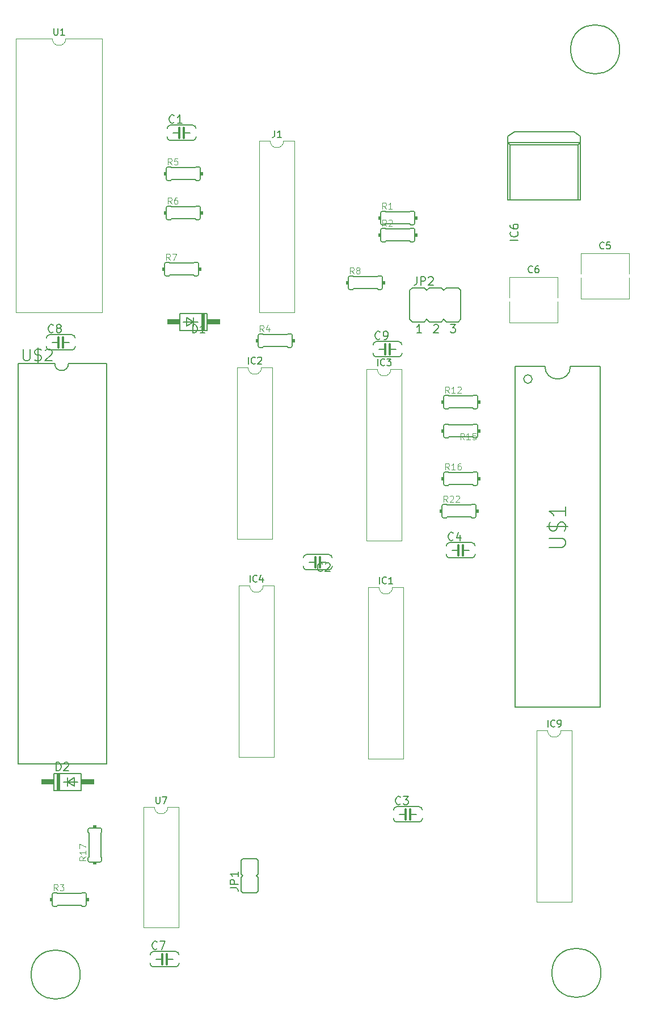
<source format=gbr>
G04 #@! TF.GenerationSoftware,KiCad,Pcbnew,(5.1.5)-3*
G04 #@! TF.CreationDate,2022-07-07T22:07:32-04:00*
G04 #@! TF.ProjectId,FAL6567i,46414c36-3536-4376-992e-6b696361645f,rev?*
G04 #@! TF.SameCoordinates,Original*
G04 #@! TF.FileFunction,Legend,Top*
G04 #@! TF.FilePolarity,Positive*
%FSLAX46Y46*%
G04 Gerber Fmt 4.6, Leading zero omitted, Abs format (unit mm)*
G04 Created by KiCad (PCBNEW (5.1.5)-3) date 2022-07-07 22:07:32*
%MOMM*%
%LPD*%
G04 APERTURE LIST*
%ADD10C,0.150000*%
%ADD11C,0.152400*%
%ADD12C,0.120000*%
%ADD13C,0.127000*%
%ADD14C,0.100000*%
%ADD15C,0.304800*%
%ADD16C,0.177800*%
%ADD17C,0.203200*%
%ADD18C,0.099060*%
G04 APERTURE END LIST*
D10*
X152253240Y-39878000D02*
G75*
G03X152253240Y-39878000I-3663240J0D01*
G01*
X71735240Y-177800000D02*
G75*
G03X71735240Y-177800000I-3663240J0D01*
G01*
X149459240Y-177546000D02*
G75*
G03X149459240Y-177546000I-3663240J0D01*
G01*
D11*
X146368000Y-52832000D02*
X146368000Y-53784000D01*
X145415000Y-52197000D02*
X146368000Y-52832000D01*
X136525000Y-52197000D02*
X145415000Y-52197000D01*
X135572000Y-52832000D02*
X136525000Y-52197000D01*
X135572000Y-53784000D02*
X135572000Y-52832000D01*
X146368000Y-53784000D02*
X146046000Y-54102000D01*
X135572000Y-53784000D02*
X135886000Y-54102000D01*
X135886000Y-62357000D02*
X135886000Y-54102000D01*
X146046000Y-54102000D02*
X146046000Y-62357000D01*
X135886000Y-54102000D02*
X146046000Y-54102000D01*
X135572000Y-53784000D02*
X135572000Y-62357000D01*
X146368000Y-53784000D02*
X135572000Y-53784000D01*
X146368000Y-62357000D02*
X146368000Y-53784000D01*
X146046000Y-62357000D02*
X146368000Y-62357000D01*
X135886000Y-62357000D02*
X146046000Y-62357000D01*
X135572000Y-62357000D02*
X135886000Y-62357000D01*
D12*
X100694000Y-119828000D02*
X99044000Y-119828000D01*
X100694000Y-145348000D02*
X100694000Y-119828000D01*
X95394000Y-145348000D02*
X100694000Y-145348000D01*
X95394000Y-119828000D02*
X95394000Y-145348000D01*
X97044000Y-119828000D02*
X95394000Y-119828000D01*
X99044000Y-119828000D02*
G75*
G02X97044000Y-119828000I-1000000J0D01*
G01*
X119744000Y-87570000D02*
X118094000Y-87570000D01*
X119744000Y-113090000D02*
X119744000Y-87570000D01*
X114444000Y-113090000D02*
X119744000Y-113090000D01*
X114444000Y-87570000D02*
X114444000Y-113090000D01*
X116094000Y-87570000D02*
X114444000Y-87570000D01*
X118094000Y-87570000D02*
G75*
G02X116094000Y-87570000I-1000000J0D01*
G01*
X100440000Y-87316000D02*
X98790000Y-87316000D01*
X100440000Y-112836000D02*
X100440000Y-87316000D01*
X95140000Y-112836000D02*
X100440000Y-112836000D01*
X95140000Y-87316000D02*
X95140000Y-112836000D01*
X96790000Y-87316000D02*
X95140000Y-87316000D01*
X98790000Y-87316000D02*
G75*
G02X96790000Y-87316000I-1000000J0D01*
G01*
X119998000Y-120082000D02*
X118348000Y-120082000D01*
X119998000Y-145602000D02*
X119998000Y-120082000D01*
X114698000Y-145602000D02*
X119998000Y-145602000D01*
X114698000Y-120082000D02*
X114698000Y-145602000D01*
X116348000Y-120082000D02*
X114698000Y-120082000D01*
X118348000Y-120082000D02*
G75*
G02X116348000Y-120082000I-1000000J0D01*
G01*
X153694000Y-73961000D02*
X153694000Y-77030000D01*
X153694000Y-70290000D02*
X153694000Y-73359000D01*
X146454000Y-73961000D02*
X146454000Y-77030000D01*
X146454000Y-70290000D02*
X146454000Y-73359000D01*
X146454000Y-77030000D02*
X153694000Y-77030000D01*
X146454000Y-70290000D02*
X153694000Y-70290000D01*
X143026000Y-77517000D02*
X143026000Y-80586000D01*
X143026000Y-73846000D02*
X143026000Y-76915000D01*
X135786000Y-77517000D02*
X135786000Y-80586000D01*
X135786000Y-73846000D02*
X135786000Y-76915000D01*
X135786000Y-80586000D02*
X143026000Y-80586000D01*
X135786000Y-73846000D02*
X143026000Y-73846000D01*
X145144000Y-141418000D02*
X143494000Y-141418000D01*
X145144000Y-166938000D02*
X145144000Y-141418000D01*
X139844000Y-166938000D02*
X145144000Y-166938000D01*
X139844000Y-141418000D02*
X139844000Y-166938000D01*
X141494000Y-141418000D02*
X139844000Y-141418000D01*
X143494000Y-141418000D02*
G75*
G02X141494000Y-141418000I-1000000J0D01*
G01*
D11*
X67945000Y-86741000D02*
G75*
G03X69977000Y-86741000I1016000J0D01*
G01*
X62484000Y-86741000D02*
X67945000Y-86741000D01*
X75692000Y-86741000D02*
X69977000Y-86741000D01*
X75692000Y-146431000D02*
X75692000Y-86741000D01*
X62484000Y-146431000D02*
X75692000Y-146431000D01*
X62484000Y-86741000D02*
X62484000Y-146431000D01*
D13*
X139192000Y-89027000D02*
G75*
G03X139192000Y-89027000I-635000J0D01*
G01*
X144907000Y-87122000D02*
X149352000Y-87122000D01*
X136652000Y-87122000D02*
X141097000Y-87122000D01*
X141097000Y-87122000D02*
G75*
G03X144907000Y-87122000I1905000J0D01*
G01*
X136652000Y-137922000D02*
X136652000Y-87122000D01*
X149352000Y-137922000D02*
X149352000Y-87122000D01*
X136652000Y-137922000D02*
X149352000Y-137922000D01*
D12*
X86470000Y-152848000D02*
X84820000Y-152848000D01*
X86470000Y-170748000D02*
X86470000Y-152848000D01*
X81170000Y-170748000D02*
X86470000Y-170748000D01*
X81170000Y-152848000D02*
X81170000Y-170748000D01*
X82820000Y-152848000D02*
X81170000Y-152848000D01*
X84820000Y-152848000D02*
G75*
G02X82820000Y-152848000I-1000000J0D01*
G01*
X75040000Y-38294000D02*
X69580000Y-38294000D01*
X75040000Y-79054000D02*
X75040000Y-38294000D01*
X62120000Y-79054000D02*
X75040000Y-79054000D01*
X62120000Y-38294000D02*
X62120000Y-79054000D01*
X67580000Y-38294000D02*
X62120000Y-38294000D01*
X69580000Y-38294000D02*
G75*
G02X67580000Y-38294000I-1000000J0D01*
G01*
D14*
G36*
X125349000Y-108966000D02*
G01*
X125730000Y-108966000D01*
X125730000Y-108458000D01*
X125349000Y-108458000D01*
X125349000Y-108966000D01*
G37*
G36*
X130810000Y-108966000D02*
G01*
X131191000Y-108966000D01*
X131191000Y-108458000D01*
X130810000Y-108458000D01*
X130810000Y-108966000D01*
G37*
D11*
X130810000Y-109474000D02*
X130810000Y-107950000D01*
X130556000Y-109728000D02*
X130175000Y-109728000D01*
X130556000Y-107696000D02*
X130175000Y-107696000D01*
X130048000Y-109601000D02*
X126492000Y-109601000D01*
X130048000Y-109601000D02*
X130175000Y-109728000D01*
X130048000Y-107823000D02*
X126492000Y-107823000D01*
X130048000Y-107823000D02*
X130175000Y-107696000D01*
X126492000Y-109601000D02*
X126365000Y-109728000D01*
X125984000Y-109728000D02*
X126365000Y-109728000D01*
X126492000Y-107823000D02*
X126365000Y-107696000D01*
X125984000Y-107696000D02*
X126365000Y-107696000D01*
X125730000Y-109474000D02*
X125730000Y-107950000D01*
X130810000Y-107950000D02*
G75*
G03X130556000Y-107696000I-254000J0D01*
G01*
X130810000Y-109474000D02*
G75*
G02X130556000Y-109728000I-254000J0D01*
G01*
X125984000Y-109728000D02*
G75*
G02X125730000Y-109474000I0J254000D01*
G01*
X125984000Y-107696000D02*
G75*
G03X125730000Y-107950000I0J-254000D01*
G01*
D14*
G36*
X74168000Y-161417000D02*
G01*
X74168000Y-161036000D01*
X73660000Y-161036000D01*
X73660000Y-161417000D01*
X74168000Y-161417000D01*
G37*
G36*
X74168000Y-155956000D02*
G01*
X74168000Y-155575000D01*
X73660000Y-155575000D01*
X73660000Y-155956000D01*
X74168000Y-155956000D01*
G37*
D11*
X74676000Y-155956000D02*
X73152000Y-155956000D01*
X74930000Y-156210000D02*
X74930000Y-156591000D01*
X72898000Y-156210000D02*
X72898000Y-156591000D01*
X74803000Y-156718000D02*
X74803000Y-160274000D01*
X74803000Y-156718000D02*
X74930000Y-156591000D01*
X73025000Y-156718000D02*
X73025000Y-160274000D01*
X73025000Y-156718000D02*
X72898000Y-156591000D01*
X74803000Y-160274000D02*
X74930000Y-160401000D01*
X74930000Y-160782000D02*
X74930000Y-160401000D01*
X73025000Y-160274000D02*
X72898000Y-160401000D01*
X72898000Y-160782000D02*
X72898000Y-160401000D01*
X74676000Y-161036000D02*
X73152000Y-161036000D01*
X73152000Y-155956000D02*
G75*
G03X72898000Y-156210000I0J-254000D01*
G01*
X74676000Y-155956000D02*
G75*
G02X74930000Y-156210000I0J-254000D01*
G01*
X74930000Y-160782000D02*
G75*
G02X74676000Y-161036000I-254000J0D01*
G01*
X72898000Y-160782000D02*
G75*
G03X73152000Y-161036000I254000J0D01*
G01*
D14*
G36*
X125603000Y-104140000D02*
G01*
X125984000Y-104140000D01*
X125984000Y-103632000D01*
X125603000Y-103632000D01*
X125603000Y-104140000D01*
G37*
G36*
X131064000Y-104140000D02*
G01*
X131445000Y-104140000D01*
X131445000Y-103632000D01*
X131064000Y-103632000D01*
X131064000Y-104140000D01*
G37*
D11*
X131064000Y-104648000D02*
X131064000Y-103124000D01*
X130810000Y-104902000D02*
X130429000Y-104902000D01*
X130810000Y-102870000D02*
X130429000Y-102870000D01*
X130302000Y-104775000D02*
X126746000Y-104775000D01*
X130302000Y-104775000D02*
X130429000Y-104902000D01*
X130302000Y-102997000D02*
X126746000Y-102997000D01*
X130302000Y-102997000D02*
X130429000Y-102870000D01*
X126746000Y-104775000D02*
X126619000Y-104902000D01*
X126238000Y-104902000D02*
X126619000Y-104902000D01*
X126746000Y-102997000D02*
X126619000Y-102870000D01*
X126238000Y-102870000D02*
X126619000Y-102870000D01*
X125984000Y-104648000D02*
X125984000Y-103124000D01*
X131064000Y-103124000D02*
G75*
G03X130810000Y-102870000I-254000J0D01*
G01*
X131064000Y-104648000D02*
G75*
G02X130810000Y-104902000I-254000J0D01*
G01*
X126238000Y-104902000D02*
G75*
G02X125984000Y-104648000I0J254000D01*
G01*
X126238000Y-102870000D02*
G75*
G03X125984000Y-103124000I0J-254000D01*
G01*
D14*
G36*
X131445000Y-96520000D02*
G01*
X131064000Y-96520000D01*
X131064000Y-97028000D01*
X131445000Y-97028000D01*
X131445000Y-96520000D01*
G37*
G36*
X125984000Y-96520000D02*
G01*
X125603000Y-96520000D01*
X125603000Y-97028000D01*
X125984000Y-97028000D01*
X125984000Y-96520000D01*
G37*
D11*
X125984000Y-96012000D02*
X125984000Y-97536000D01*
X126238000Y-95758000D02*
X126619000Y-95758000D01*
X126238000Y-97790000D02*
X126619000Y-97790000D01*
X126746000Y-95885000D02*
X130302000Y-95885000D01*
X126746000Y-95885000D02*
X126619000Y-95758000D01*
X126746000Y-97663000D02*
X130302000Y-97663000D01*
X126746000Y-97663000D02*
X126619000Y-97790000D01*
X130302000Y-95885000D02*
X130429000Y-95758000D01*
X130810000Y-95758000D02*
X130429000Y-95758000D01*
X130302000Y-97663000D02*
X130429000Y-97790000D01*
X130810000Y-97790000D02*
X130429000Y-97790000D01*
X131064000Y-96012000D02*
X131064000Y-97536000D01*
X125984000Y-97536000D02*
G75*
G03X126238000Y-97790000I254000J0D01*
G01*
X125984000Y-96012000D02*
G75*
G02X126238000Y-95758000I254000J0D01*
G01*
X130810000Y-95758000D02*
G75*
G02X131064000Y-96012000I0J-254000D01*
G01*
X130810000Y-97790000D02*
G75*
G03X131064000Y-97536000I0J254000D01*
G01*
D14*
G36*
X125603000Y-92710000D02*
G01*
X125984000Y-92710000D01*
X125984000Y-92202000D01*
X125603000Y-92202000D01*
X125603000Y-92710000D01*
G37*
G36*
X131064000Y-92710000D02*
G01*
X131445000Y-92710000D01*
X131445000Y-92202000D01*
X131064000Y-92202000D01*
X131064000Y-92710000D01*
G37*
D11*
X131064000Y-93218000D02*
X131064000Y-91694000D01*
X130810000Y-93472000D02*
X130429000Y-93472000D01*
X130810000Y-91440000D02*
X130429000Y-91440000D01*
X130302000Y-93345000D02*
X126746000Y-93345000D01*
X130302000Y-93345000D02*
X130429000Y-93472000D01*
X130302000Y-91567000D02*
X126746000Y-91567000D01*
X130302000Y-91567000D02*
X130429000Y-91440000D01*
X126746000Y-93345000D02*
X126619000Y-93472000D01*
X126238000Y-93472000D02*
X126619000Y-93472000D01*
X126746000Y-91567000D02*
X126619000Y-91440000D01*
X126238000Y-91440000D02*
X126619000Y-91440000D01*
X125984000Y-93218000D02*
X125984000Y-91694000D01*
X131064000Y-91694000D02*
G75*
G03X130810000Y-91440000I-254000J0D01*
G01*
X131064000Y-93218000D02*
G75*
G02X130810000Y-93472000I-254000J0D01*
G01*
X126238000Y-93472000D02*
G75*
G02X125984000Y-93218000I0J254000D01*
G01*
X126238000Y-91440000D02*
G75*
G03X125984000Y-91694000I0J-254000D01*
G01*
D14*
G36*
X111379000Y-74930000D02*
G01*
X111760000Y-74930000D01*
X111760000Y-74422000D01*
X111379000Y-74422000D01*
X111379000Y-74930000D01*
G37*
G36*
X116840000Y-74930000D02*
G01*
X117221000Y-74930000D01*
X117221000Y-74422000D01*
X116840000Y-74422000D01*
X116840000Y-74930000D01*
G37*
D11*
X116840000Y-75438000D02*
X116840000Y-73914000D01*
X116586000Y-75692000D02*
X116205000Y-75692000D01*
X116586000Y-73660000D02*
X116205000Y-73660000D01*
X116078000Y-75565000D02*
X112522000Y-75565000D01*
X116078000Y-75565000D02*
X116205000Y-75692000D01*
X116078000Y-73787000D02*
X112522000Y-73787000D01*
X116078000Y-73787000D02*
X116205000Y-73660000D01*
X112522000Y-75565000D02*
X112395000Y-75692000D01*
X112014000Y-75692000D02*
X112395000Y-75692000D01*
X112522000Y-73787000D02*
X112395000Y-73660000D01*
X112014000Y-73660000D02*
X112395000Y-73660000D01*
X111760000Y-75438000D02*
X111760000Y-73914000D01*
X116840000Y-73914000D02*
G75*
G03X116586000Y-73660000I-254000J0D01*
G01*
X116840000Y-75438000D02*
G75*
G02X116586000Y-75692000I-254000J0D01*
G01*
X112014000Y-75692000D02*
G75*
G02X111760000Y-75438000I0J254000D01*
G01*
X112014000Y-73660000D02*
G75*
G03X111760000Y-73914000I0J-254000D01*
G01*
D14*
G36*
X83947000Y-72898000D02*
G01*
X84328000Y-72898000D01*
X84328000Y-72390000D01*
X83947000Y-72390000D01*
X83947000Y-72898000D01*
G37*
G36*
X89408000Y-72898000D02*
G01*
X89789000Y-72898000D01*
X89789000Y-72390000D01*
X89408000Y-72390000D01*
X89408000Y-72898000D01*
G37*
D11*
X89408000Y-73406000D02*
X89408000Y-71882000D01*
X89154000Y-73660000D02*
X88773000Y-73660000D01*
X89154000Y-71628000D02*
X88773000Y-71628000D01*
X88646000Y-73533000D02*
X85090000Y-73533000D01*
X88646000Y-73533000D02*
X88773000Y-73660000D01*
X88646000Y-71755000D02*
X85090000Y-71755000D01*
X88646000Y-71755000D02*
X88773000Y-71628000D01*
X85090000Y-73533000D02*
X84963000Y-73660000D01*
X84582000Y-73660000D02*
X84963000Y-73660000D01*
X85090000Y-71755000D02*
X84963000Y-71628000D01*
X84582000Y-71628000D02*
X84963000Y-71628000D01*
X84328000Y-73406000D02*
X84328000Y-71882000D01*
X89408000Y-71882000D02*
G75*
G03X89154000Y-71628000I-254000J0D01*
G01*
X89408000Y-73406000D02*
G75*
G02X89154000Y-73660000I-254000J0D01*
G01*
X84582000Y-73660000D02*
G75*
G02X84328000Y-73406000I0J254000D01*
G01*
X84582000Y-71628000D02*
G75*
G03X84328000Y-71882000I0J-254000D01*
G01*
D14*
G36*
X84201000Y-64516000D02*
G01*
X84582000Y-64516000D01*
X84582000Y-64008000D01*
X84201000Y-64008000D01*
X84201000Y-64516000D01*
G37*
G36*
X89662000Y-64516000D02*
G01*
X90043000Y-64516000D01*
X90043000Y-64008000D01*
X89662000Y-64008000D01*
X89662000Y-64516000D01*
G37*
D11*
X89662000Y-65024000D02*
X89662000Y-63500000D01*
X89408000Y-65278000D02*
X89027000Y-65278000D01*
X89408000Y-63246000D02*
X89027000Y-63246000D01*
X88900000Y-65151000D02*
X85344000Y-65151000D01*
X88900000Y-65151000D02*
X89027000Y-65278000D01*
X88900000Y-63373000D02*
X85344000Y-63373000D01*
X88900000Y-63373000D02*
X89027000Y-63246000D01*
X85344000Y-65151000D02*
X85217000Y-65278000D01*
X84836000Y-65278000D02*
X85217000Y-65278000D01*
X85344000Y-63373000D02*
X85217000Y-63246000D01*
X84836000Y-63246000D02*
X85217000Y-63246000D01*
X84582000Y-65024000D02*
X84582000Y-63500000D01*
X89662000Y-63500000D02*
G75*
G03X89408000Y-63246000I-254000J0D01*
G01*
X89662000Y-65024000D02*
G75*
G02X89408000Y-65278000I-254000J0D01*
G01*
X84836000Y-65278000D02*
G75*
G02X84582000Y-65024000I0J254000D01*
G01*
X84836000Y-63246000D02*
G75*
G03X84582000Y-63500000I0J-254000D01*
G01*
D14*
G36*
X84201000Y-58674000D02*
G01*
X84582000Y-58674000D01*
X84582000Y-58166000D01*
X84201000Y-58166000D01*
X84201000Y-58674000D01*
G37*
G36*
X89662000Y-58674000D02*
G01*
X90043000Y-58674000D01*
X90043000Y-58166000D01*
X89662000Y-58166000D01*
X89662000Y-58674000D01*
G37*
D11*
X89662000Y-59182000D02*
X89662000Y-57658000D01*
X89408000Y-59436000D02*
X89027000Y-59436000D01*
X89408000Y-57404000D02*
X89027000Y-57404000D01*
X88900000Y-59309000D02*
X85344000Y-59309000D01*
X88900000Y-59309000D02*
X89027000Y-59436000D01*
X88900000Y-57531000D02*
X85344000Y-57531000D01*
X88900000Y-57531000D02*
X89027000Y-57404000D01*
X85344000Y-59309000D02*
X85217000Y-59436000D01*
X84836000Y-59436000D02*
X85217000Y-59436000D01*
X85344000Y-57531000D02*
X85217000Y-57404000D01*
X84836000Y-57404000D02*
X85217000Y-57404000D01*
X84582000Y-59182000D02*
X84582000Y-57658000D01*
X89662000Y-57658000D02*
G75*
G03X89408000Y-57404000I-254000J0D01*
G01*
X89662000Y-59182000D02*
G75*
G02X89408000Y-59436000I-254000J0D01*
G01*
X84836000Y-59436000D02*
G75*
G02X84582000Y-59182000I0J254000D01*
G01*
X84836000Y-57404000D02*
G75*
G03X84582000Y-57658000I0J-254000D01*
G01*
D14*
G36*
X97917000Y-83566000D02*
G01*
X98298000Y-83566000D01*
X98298000Y-83058000D01*
X97917000Y-83058000D01*
X97917000Y-83566000D01*
G37*
G36*
X103378000Y-83566000D02*
G01*
X103759000Y-83566000D01*
X103759000Y-83058000D01*
X103378000Y-83058000D01*
X103378000Y-83566000D01*
G37*
D11*
X103378000Y-84074000D02*
X103378000Y-82550000D01*
X103124000Y-84328000D02*
X102743000Y-84328000D01*
X103124000Y-82296000D02*
X102743000Y-82296000D01*
X102616000Y-84201000D02*
X99060000Y-84201000D01*
X102616000Y-84201000D02*
X102743000Y-84328000D01*
X102616000Y-82423000D02*
X99060000Y-82423000D01*
X102616000Y-82423000D02*
X102743000Y-82296000D01*
X99060000Y-84201000D02*
X98933000Y-84328000D01*
X98552000Y-84328000D02*
X98933000Y-84328000D01*
X99060000Y-82423000D02*
X98933000Y-82296000D01*
X98552000Y-82296000D02*
X98933000Y-82296000D01*
X98298000Y-84074000D02*
X98298000Y-82550000D01*
X103378000Y-82550000D02*
G75*
G03X103124000Y-82296000I-254000J0D01*
G01*
X103378000Y-84074000D02*
G75*
G02X103124000Y-84328000I-254000J0D01*
G01*
X98552000Y-84328000D02*
G75*
G02X98298000Y-84074000I0J254000D01*
G01*
X98552000Y-82296000D02*
G75*
G03X98298000Y-82550000I0J-254000D01*
G01*
D14*
G36*
X67183000Y-166878000D02*
G01*
X67564000Y-166878000D01*
X67564000Y-166370000D01*
X67183000Y-166370000D01*
X67183000Y-166878000D01*
G37*
G36*
X72644000Y-166878000D02*
G01*
X73025000Y-166878000D01*
X73025000Y-166370000D01*
X72644000Y-166370000D01*
X72644000Y-166878000D01*
G37*
D11*
X72644000Y-167386000D02*
X72644000Y-165862000D01*
X72390000Y-167640000D02*
X72009000Y-167640000D01*
X72390000Y-165608000D02*
X72009000Y-165608000D01*
X71882000Y-167513000D02*
X68326000Y-167513000D01*
X71882000Y-167513000D02*
X72009000Y-167640000D01*
X71882000Y-165735000D02*
X68326000Y-165735000D01*
X71882000Y-165735000D02*
X72009000Y-165608000D01*
X68326000Y-167513000D02*
X68199000Y-167640000D01*
X67818000Y-167640000D02*
X68199000Y-167640000D01*
X68326000Y-165735000D02*
X68199000Y-165608000D01*
X67818000Y-165608000D02*
X68199000Y-165608000D01*
X67564000Y-167386000D02*
X67564000Y-165862000D01*
X72644000Y-165862000D02*
G75*
G03X72390000Y-165608000I-254000J0D01*
G01*
X72644000Y-167386000D02*
G75*
G02X72390000Y-167640000I-254000J0D01*
G01*
X67818000Y-167640000D02*
G75*
G02X67564000Y-167386000I0J254000D01*
G01*
X67818000Y-165608000D02*
G75*
G03X67564000Y-165862000I0J-254000D01*
G01*
D14*
G36*
X116205000Y-67818000D02*
G01*
X116586000Y-67818000D01*
X116586000Y-67310000D01*
X116205000Y-67310000D01*
X116205000Y-67818000D01*
G37*
G36*
X121666000Y-67818000D02*
G01*
X122047000Y-67818000D01*
X122047000Y-67310000D01*
X121666000Y-67310000D01*
X121666000Y-67818000D01*
G37*
D11*
X121666000Y-68326000D02*
X121666000Y-66802000D01*
X121412000Y-68580000D02*
X121031000Y-68580000D01*
X121412000Y-66548000D02*
X121031000Y-66548000D01*
X120904000Y-68453000D02*
X117348000Y-68453000D01*
X120904000Y-68453000D02*
X121031000Y-68580000D01*
X120904000Y-66675000D02*
X117348000Y-66675000D01*
X120904000Y-66675000D02*
X121031000Y-66548000D01*
X117348000Y-68453000D02*
X117221000Y-68580000D01*
X116840000Y-68580000D02*
X117221000Y-68580000D01*
X117348000Y-66675000D02*
X117221000Y-66548000D01*
X116840000Y-66548000D02*
X117221000Y-66548000D01*
X116586000Y-68326000D02*
X116586000Y-66802000D01*
X121666000Y-66802000D02*
G75*
G03X121412000Y-66548000I-254000J0D01*
G01*
X121666000Y-68326000D02*
G75*
G02X121412000Y-68580000I-254000J0D01*
G01*
X116840000Y-68580000D02*
G75*
G02X116586000Y-68326000I0J254000D01*
G01*
X116840000Y-66548000D02*
G75*
G03X116586000Y-66802000I0J-254000D01*
G01*
D14*
G36*
X116205000Y-65278000D02*
G01*
X116586000Y-65278000D01*
X116586000Y-64770000D01*
X116205000Y-64770000D01*
X116205000Y-65278000D01*
G37*
G36*
X121666000Y-65278000D02*
G01*
X122047000Y-65278000D01*
X122047000Y-64770000D01*
X121666000Y-64770000D01*
X121666000Y-65278000D01*
G37*
D11*
X121666000Y-65786000D02*
X121666000Y-64262000D01*
X121412000Y-66040000D02*
X121031000Y-66040000D01*
X121412000Y-64008000D02*
X121031000Y-64008000D01*
X120904000Y-65913000D02*
X117348000Y-65913000D01*
X120904000Y-65913000D02*
X121031000Y-66040000D01*
X120904000Y-64135000D02*
X117348000Y-64135000D01*
X120904000Y-64135000D02*
X121031000Y-64008000D01*
X117348000Y-65913000D02*
X117221000Y-66040000D01*
X116840000Y-66040000D02*
X117221000Y-66040000D01*
X117348000Y-64135000D02*
X117221000Y-64008000D01*
X116840000Y-64008000D02*
X117221000Y-64008000D01*
X116586000Y-65786000D02*
X116586000Y-64262000D01*
X121666000Y-64262000D02*
G75*
G03X121412000Y-64008000I-254000J0D01*
G01*
X121666000Y-65786000D02*
G75*
G02X121412000Y-66040000I-254000J0D01*
G01*
X116840000Y-66040000D02*
G75*
G02X116586000Y-65786000I0J254000D01*
G01*
X116840000Y-64008000D02*
G75*
G03X116586000Y-64262000I0J-254000D01*
G01*
X121285000Y-80518000D02*
X123063000Y-80518000D01*
X120904000Y-80137000D02*
X121285000Y-80518000D01*
X121285000Y-75438000D02*
X123063000Y-75438000D01*
X120904000Y-75819000D02*
X121285000Y-75438000D01*
X123444000Y-80137000D02*
X123063000Y-80518000D01*
X123444000Y-80137000D02*
X123825000Y-80518000D01*
X125603000Y-80518000D02*
X123825000Y-80518000D01*
X125984000Y-80137000D02*
X125603000Y-80518000D01*
X125984000Y-80137000D02*
X126365000Y-80518000D01*
X128143000Y-80518000D02*
X126365000Y-80518000D01*
X128143000Y-80518000D02*
X128524000Y-80137000D01*
X128524000Y-75819000D02*
X128524000Y-80137000D01*
X128524000Y-75819000D02*
X128143000Y-75438000D01*
X126365000Y-75438000D02*
X128143000Y-75438000D01*
X125984000Y-75819000D02*
X126365000Y-75438000D01*
X125984000Y-75819000D02*
X125603000Y-75438000D01*
X123825000Y-75438000D02*
X125603000Y-75438000D01*
X123444000Y-75819000D02*
X123825000Y-75438000D01*
X123063000Y-75438000D02*
X123444000Y-75819000D01*
X120904000Y-80137000D02*
X120904000Y-75819000D01*
X96012000Y-165608000D02*
X98044000Y-165608000D01*
X96012000Y-165608000D02*
X95758000Y-165354000D01*
X95758000Y-163322000D02*
X95758000Y-165354000D01*
X95758000Y-160782000D02*
X95758000Y-162814000D01*
X95758000Y-160782000D02*
X96012000Y-160528000D01*
X98044000Y-160528000D02*
X96012000Y-160528000D01*
X98298000Y-160782000D02*
X98298000Y-162814000D01*
X98298000Y-160782000D02*
X98044000Y-160528000D01*
X98044000Y-165608000D02*
X98298000Y-165354000D01*
X98298000Y-163322000D02*
X98298000Y-165354000D01*
X98044000Y-163068000D02*
X98298000Y-163322000D01*
X98044000Y-163068000D02*
X98298000Y-162814000D01*
X96012000Y-163068000D02*
X95758000Y-163322000D01*
X96012000Y-163068000D02*
X95758000Y-162814000D01*
D12*
X103742000Y-53534000D02*
X102092000Y-53534000D01*
X103742000Y-79054000D02*
X103742000Y-53534000D01*
X98442000Y-79054000D02*
X103742000Y-79054000D01*
X98442000Y-53534000D02*
X98442000Y-79054000D01*
X100092000Y-53534000D02*
X98442000Y-53534000D01*
X102092000Y-53534000D02*
G75*
G02X100092000Y-53534000I-1000000J0D01*
G01*
D14*
G36*
X65913000Y-149479000D02*
G01*
X67818000Y-149479000D01*
X67818000Y-148717000D01*
X65913000Y-148717000D01*
X65913000Y-149479000D01*
G37*
G36*
X71882000Y-149479000D02*
G01*
X73787000Y-149479000D01*
X73787000Y-148717000D01*
X71882000Y-148717000D01*
X71882000Y-149479000D01*
G37*
G36*
X68199000Y-150368000D02*
G01*
X68707000Y-150368000D01*
X68707000Y-147828000D01*
X68199000Y-147828000D01*
X68199000Y-150368000D01*
G37*
D11*
X69850000Y-149098000D02*
X69850000Y-149733000D01*
X69850000Y-148463000D02*
X69850000Y-149098000D01*
X69850000Y-149098000D02*
X70866000Y-148463000D01*
X69850000Y-149098000D02*
X71374000Y-149098000D01*
X70866000Y-149733000D02*
X69850000Y-149098000D01*
X70866000Y-148463000D02*
X70866000Y-149733000D01*
X69215000Y-149098000D02*
X69850000Y-149098000D01*
X67818000Y-147828000D02*
X67818000Y-150368000D01*
X67818000Y-147828000D02*
X71882000Y-147828000D01*
X71882000Y-150368000D02*
X71882000Y-147828000D01*
X71882000Y-150368000D02*
X67818000Y-150368000D01*
D14*
G36*
X92583000Y-80137000D02*
G01*
X90678000Y-80137000D01*
X90678000Y-80899000D01*
X92583000Y-80899000D01*
X92583000Y-80137000D01*
G37*
G36*
X86614000Y-80137000D02*
G01*
X84709000Y-80137000D01*
X84709000Y-80899000D01*
X86614000Y-80899000D01*
X86614000Y-80137000D01*
G37*
G36*
X90297000Y-79248000D02*
G01*
X89789000Y-79248000D01*
X89789000Y-81788000D01*
X90297000Y-81788000D01*
X90297000Y-79248000D01*
G37*
D11*
X88646000Y-80518000D02*
X88646000Y-79883000D01*
X88646000Y-81153000D02*
X88646000Y-80518000D01*
X88646000Y-80518000D02*
X87630000Y-81153000D01*
X88646000Y-80518000D02*
X87122000Y-80518000D01*
X87630000Y-79883000D02*
X88646000Y-80518000D01*
X87630000Y-81153000D02*
X87630000Y-79883000D01*
X89281000Y-80518000D02*
X88646000Y-80518000D01*
X90678000Y-81788000D02*
X90678000Y-79248000D01*
X90678000Y-81788000D02*
X86614000Y-81788000D01*
X86614000Y-79248000D02*
X86614000Y-81788000D01*
X86614000Y-79248000D02*
X90678000Y-79248000D01*
X116332000Y-84582000D02*
X117297200Y-84582000D01*
X118872000Y-84582000D02*
X117932200Y-84582000D01*
D15*
X117932200Y-84582000D02*
X117932200Y-85344000D01*
X117932200Y-83820000D02*
X117932200Y-84582000D01*
X117297200Y-84582000D02*
X117297200Y-85344000D01*
X117297200Y-83820000D02*
X117297200Y-84582000D01*
D11*
X119761000Y-85217000D02*
G75*
G02X119253000Y-85725000I-508000J0D01*
G01*
X119761000Y-83947000D02*
G75*
G03X119253000Y-83439000I-508000J0D01*
G01*
X119253000Y-85725000D02*
X115951000Y-85725000D01*
X119253000Y-83439000D02*
X115951000Y-83439000D01*
X115951000Y-85725000D02*
G75*
G02X115443000Y-85217000I0J508000D01*
G01*
X115951000Y-83439000D02*
G75*
G03X115443000Y-83947000I0J-508000D01*
G01*
X67564000Y-83566000D02*
X68529200Y-83566000D01*
X70104000Y-83566000D02*
X69164200Y-83566000D01*
D15*
X69164200Y-83566000D02*
X69164200Y-84328000D01*
X69164200Y-82804000D02*
X69164200Y-83566000D01*
X68529200Y-83566000D02*
X68529200Y-84328000D01*
X68529200Y-82804000D02*
X68529200Y-83566000D01*
D11*
X70993000Y-84201000D02*
G75*
G02X70485000Y-84709000I-508000J0D01*
G01*
X70993000Y-82931000D02*
G75*
G03X70485000Y-82423000I-508000J0D01*
G01*
X70485000Y-84709000D02*
X67183000Y-84709000D01*
X70485000Y-82423000D02*
X67183000Y-82423000D01*
X67183000Y-84709000D02*
G75*
G02X66675000Y-84201000I0J508000D01*
G01*
X67183000Y-82423000D02*
G75*
G03X66675000Y-82931000I0J-508000D01*
G01*
X83058000Y-175514000D02*
X84023200Y-175514000D01*
X85598000Y-175514000D02*
X84658200Y-175514000D01*
D15*
X84658200Y-175514000D02*
X84658200Y-176276000D01*
X84658200Y-174752000D02*
X84658200Y-175514000D01*
X84023200Y-175514000D02*
X84023200Y-176276000D01*
X84023200Y-174752000D02*
X84023200Y-175514000D01*
D11*
X86487000Y-176149000D02*
G75*
G02X85979000Y-176657000I-508000J0D01*
G01*
X86487000Y-174879000D02*
G75*
G03X85979000Y-174371000I-508000J0D01*
G01*
X85979000Y-176657000D02*
X82677000Y-176657000D01*
X85979000Y-174371000D02*
X82677000Y-174371000D01*
X82677000Y-176657000D02*
G75*
G02X82169000Y-176149000I0J508000D01*
G01*
X82677000Y-174371000D02*
G75*
G03X82169000Y-174879000I0J-508000D01*
G01*
X127254000Y-114554000D02*
X128219200Y-114554000D01*
X129794000Y-114554000D02*
X128854200Y-114554000D01*
D15*
X128854200Y-114554000D02*
X128854200Y-115316000D01*
X128854200Y-113792000D02*
X128854200Y-114554000D01*
X128219200Y-114554000D02*
X128219200Y-115316000D01*
X128219200Y-113792000D02*
X128219200Y-114554000D01*
D11*
X130683000Y-115189000D02*
G75*
G02X130175000Y-115697000I-508000J0D01*
G01*
X130683000Y-113919000D02*
G75*
G03X130175000Y-113411000I-508000J0D01*
G01*
X130175000Y-115697000D02*
X126873000Y-115697000D01*
X130175000Y-113411000D02*
X126873000Y-113411000D01*
X126873000Y-115697000D02*
G75*
G02X126365000Y-115189000I0J508000D01*
G01*
X126873000Y-113411000D02*
G75*
G03X126365000Y-113919000I0J-508000D01*
G01*
X119380000Y-153924000D02*
X120345200Y-153924000D01*
X121920000Y-153924000D02*
X120980200Y-153924000D01*
D15*
X120980200Y-153924000D02*
X120980200Y-154686000D01*
X120980200Y-153162000D02*
X120980200Y-153924000D01*
X120345200Y-153924000D02*
X120345200Y-154686000D01*
X120345200Y-153162000D02*
X120345200Y-153924000D01*
D11*
X122809000Y-154559000D02*
G75*
G02X122301000Y-155067000I-508000J0D01*
G01*
X122809000Y-153289000D02*
G75*
G03X122301000Y-152781000I-508000J0D01*
G01*
X122301000Y-155067000D02*
X118999000Y-155067000D01*
X122301000Y-152781000D02*
X118999000Y-152781000D01*
X118999000Y-155067000D02*
G75*
G02X118491000Y-154559000I0J508000D01*
G01*
X118999000Y-152781000D02*
G75*
G03X118491000Y-153289000I0J-508000D01*
G01*
X108458000Y-116332000D02*
X107492800Y-116332000D01*
X105918000Y-116332000D02*
X106857800Y-116332000D01*
D15*
X106857800Y-116332000D02*
X106857800Y-115570000D01*
X106857800Y-117094000D02*
X106857800Y-116332000D01*
X107492800Y-116332000D02*
X107492800Y-115570000D01*
X107492800Y-117094000D02*
X107492800Y-116332000D01*
D11*
X105029000Y-115697000D02*
G75*
G02X105537000Y-115189000I508000J0D01*
G01*
X105029000Y-116967000D02*
G75*
G03X105537000Y-117475000I508000J0D01*
G01*
X105537000Y-115189000D02*
X108839000Y-115189000D01*
X105537000Y-117475000D02*
X108839000Y-117475000D01*
X108839000Y-115189000D02*
G75*
G02X109347000Y-115697000I0J-508000D01*
G01*
X108839000Y-117475000D02*
G75*
G03X109347000Y-116967000I0J508000D01*
G01*
X85598000Y-52324000D02*
X86563200Y-52324000D01*
X88138000Y-52324000D02*
X87198200Y-52324000D01*
D15*
X87198200Y-52324000D02*
X87198200Y-53086000D01*
X87198200Y-51562000D02*
X87198200Y-52324000D01*
X86563200Y-52324000D02*
X86563200Y-53086000D01*
X86563200Y-51562000D02*
X86563200Y-52324000D01*
D11*
X89027000Y-52959000D02*
G75*
G02X88519000Y-53467000I-508000J0D01*
G01*
X89027000Y-51689000D02*
G75*
G03X88519000Y-51181000I-508000J0D01*
G01*
X88519000Y-53467000D02*
X85217000Y-53467000D01*
X88519000Y-51181000D02*
X85217000Y-51181000D01*
X85217000Y-53467000D02*
G75*
G02X84709000Y-52959000I0J508000D01*
G01*
X85217000Y-51181000D02*
G75*
G03X84709000Y-51689000I0J-508000D01*
G01*
D13*
X137102547Y-68337188D02*
X135896047Y-68337188D01*
X136987642Y-67073235D02*
X137045095Y-67130688D01*
X137102547Y-67303045D01*
X137102547Y-67417950D01*
X137045095Y-67590307D01*
X136930190Y-67705211D01*
X136815285Y-67762664D01*
X136585476Y-67820116D01*
X136413119Y-67820116D01*
X136183309Y-67762664D01*
X136068404Y-67705211D01*
X135953500Y-67590307D01*
X135896047Y-67417950D01*
X135896047Y-67303045D01*
X135953500Y-67130688D01*
X136010952Y-67073235D01*
X135896047Y-66039092D02*
X135896047Y-66268902D01*
X135953500Y-66383807D01*
X136010952Y-66441259D01*
X136183309Y-66556164D01*
X136413119Y-66613616D01*
X136872738Y-66613616D01*
X136987642Y-66556164D01*
X137045095Y-66498711D01*
X137102547Y-66383807D01*
X137102547Y-66153997D01*
X137045095Y-66039092D01*
X136987642Y-65981640D01*
X136872738Y-65924188D01*
X136585476Y-65924188D01*
X136470571Y-65981640D01*
X136413119Y-66039092D01*
X136355666Y-66153997D01*
X136355666Y-66383807D01*
X136413119Y-66498711D01*
X136470571Y-66556164D01*
X136585476Y-66613616D01*
D10*
X97067809Y-119280380D02*
X97067809Y-118280380D01*
X98115428Y-119185142D02*
X98067809Y-119232761D01*
X97924952Y-119280380D01*
X97829714Y-119280380D01*
X97686857Y-119232761D01*
X97591619Y-119137523D01*
X97544000Y-119042285D01*
X97496380Y-118851809D01*
X97496380Y-118708952D01*
X97544000Y-118518476D01*
X97591619Y-118423238D01*
X97686857Y-118328000D01*
X97829714Y-118280380D01*
X97924952Y-118280380D01*
X98067809Y-118328000D01*
X98115428Y-118375619D01*
X98972571Y-118613714D02*
X98972571Y-119280380D01*
X98734476Y-118232761D02*
X98496380Y-118947047D01*
X99115428Y-118947047D01*
X116117809Y-87022380D02*
X116117809Y-86022380D01*
X117165428Y-86927142D02*
X117117809Y-86974761D01*
X116974952Y-87022380D01*
X116879714Y-87022380D01*
X116736857Y-86974761D01*
X116641619Y-86879523D01*
X116594000Y-86784285D01*
X116546380Y-86593809D01*
X116546380Y-86450952D01*
X116594000Y-86260476D01*
X116641619Y-86165238D01*
X116736857Y-86070000D01*
X116879714Y-86022380D01*
X116974952Y-86022380D01*
X117117809Y-86070000D01*
X117165428Y-86117619D01*
X117498761Y-86022380D02*
X118117809Y-86022380D01*
X117784476Y-86403333D01*
X117927333Y-86403333D01*
X118022571Y-86450952D01*
X118070190Y-86498571D01*
X118117809Y-86593809D01*
X118117809Y-86831904D01*
X118070190Y-86927142D01*
X118022571Y-86974761D01*
X117927333Y-87022380D01*
X117641619Y-87022380D01*
X117546380Y-86974761D01*
X117498761Y-86927142D01*
X96813809Y-86768380D02*
X96813809Y-85768380D01*
X97861428Y-86673142D02*
X97813809Y-86720761D01*
X97670952Y-86768380D01*
X97575714Y-86768380D01*
X97432857Y-86720761D01*
X97337619Y-86625523D01*
X97290000Y-86530285D01*
X97242380Y-86339809D01*
X97242380Y-86196952D01*
X97290000Y-86006476D01*
X97337619Y-85911238D01*
X97432857Y-85816000D01*
X97575714Y-85768380D01*
X97670952Y-85768380D01*
X97813809Y-85816000D01*
X97861428Y-85863619D01*
X98242380Y-85863619D02*
X98290000Y-85816000D01*
X98385238Y-85768380D01*
X98623333Y-85768380D01*
X98718571Y-85816000D01*
X98766190Y-85863619D01*
X98813809Y-85958857D01*
X98813809Y-86054095D01*
X98766190Y-86196952D01*
X98194761Y-86768380D01*
X98813809Y-86768380D01*
X116371809Y-119534380D02*
X116371809Y-118534380D01*
X117419428Y-119439142D02*
X117371809Y-119486761D01*
X117228952Y-119534380D01*
X117133714Y-119534380D01*
X116990857Y-119486761D01*
X116895619Y-119391523D01*
X116848000Y-119296285D01*
X116800380Y-119105809D01*
X116800380Y-118962952D01*
X116848000Y-118772476D01*
X116895619Y-118677238D01*
X116990857Y-118582000D01*
X117133714Y-118534380D01*
X117228952Y-118534380D01*
X117371809Y-118582000D01*
X117419428Y-118629619D01*
X118371809Y-119534380D02*
X117800380Y-119534380D01*
X118086095Y-119534380D02*
X118086095Y-118534380D01*
X117990857Y-118677238D01*
X117895619Y-118772476D01*
X117800380Y-118820095D01*
X149907333Y-69517142D02*
X149859714Y-69564761D01*
X149716857Y-69612380D01*
X149621619Y-69612380D01*
X149478761Y-69564761D01*
X149383523Y-69469523D01*
X149335904Y-69374285D01*
X149288285Y-69183809D01*
X149288285Y-69040952D01*
X149335904Y-68850476D01*
X149383523Y-68755238D01*
X149478761Y-68660000D01*
X149621619Y-68612380D01*
X149716857Y-68612380D01*
X149859714Y-68660000D01*
X149907333Y-68707619D01*
X150812095Y-68612380D02*
X150335904Y-68612380D01*
X150288285Y-69088571D01*
X150335904Y-69040952D01*
X150431142Y-68993333D01*
X150669238Y-68993333D01*
X150764476Y-69040952D01*
X150812095Y-69088571D01*
X150859714Y-69183809D01*
X150859714Y-69421904D01*
X150812095Y-69517142D01*
X150764476Y-69564761D01*
X150669238Y-69612380D01*
X150431142Y-69612380D01*
X150335904Y-69564761D01*
X150288285Y-69517142D01*
X139239333Y-73073142D02*
X139191714Y-73120761D01*
X139048857Y-73168380D01*
X138953619Y-73168380D01*
X138810761Y-73120761D01*
X138715523Y-73025523D01*
X138667904Y-72930285D01*
X138620285Y-72739809D01*
X138620285Y-72596952D01*
X138667904Y-72406476D01*
X138715523Y-72311238D01*
X138810761Y-72216000D01*
X138953619Y-72168380D01*
X139048857Y-72168380D01*
X139191714Y-72216000D01*
X139239333Y-72263619D01*
X140096476Y-72168380D02*
X139906000Y-72168380D01*
X139810761Y-72216000D01*
X139763142Y-72263619D01*
X139667904Y-72406476D01*
X139620285Y-72596952D01*
X139620285Y-72977904D01*
X139667904Y-73073142D01*
X139715523Y-73120761D01*
X139810761Y-73168380D01*
X140001238Y-73168380D01*
X140096476Y-73120761D01*
X140144095Y-73073142D01*
X140191714Y-72977904D01*
X140191714Y-72739809D01*
X140144095Y-72644571D01*
X140096476Y-72596952D01*
X140001238Y-72549333D01*
X139810761Y-72549333D01*
X139715523Y-72596952D01*
X139667904Y-72644571D01*
X139620285Y-72739809D01*
X141517809Y-140870380D02*
X141517809Y-139870380D01*
X142565428Y-140775142D02*
X142517809Y-140822761D01*
X142374952Y-140870380D01*
X142279714Y-140870380D01*
X142136857Y-140822761D01*
X142041619Y-140727523D01*
X141994000Y-140632285D01*
X141946380Y-140441809D01*
X141946380Y-140298952D01*
X141994000Y-140108476D01*
X142041619Y-140013238D01*
X142136857Y-139918000D01*
X142279714Y-139870380D01*
X142374952Y-139870380D01*
X142517809Y-139918000D01*
X142565428Y-139965619D01*
X143041619Y-140870380D02*
X143232095Y-140870380D01*
X143327333Y-140822761D01*
X143374952Y-140775142D01*
X143470190Y-140632285D01*
X143517809Y-140441809D01*
X143517809Y-140060857D01*
X143470190Y-139965619D01*
X143422571Y-139918000D01*
X143327333Y-139870380D01*
X143136857Y-139870380D01*
X143041619Y-139918000D01*
X142994000Y-139965619D01*
X142946380Y-140060857D01*
X142946380Y-140298952D01*
X142994000Y-140394190D01*
X143041619Y-140441809D01*
X143136857Y-140489428D01*
X143327333Y-140489428D01*
X143422571Y-140441809D01*
X143470190Y-140394190D01*
X143517809Y-140298952D01*
D16*
X63255736Y-84590466D02*
X63255736Y-85957833D01*
X63336170Y-86118700D01*
X63416603Y-86199133D01*
X63577470Y-86279566D01*
X63899203Y-86279566D01*
X64060070Y-86199133D01*
X64140503Y-86118700D01*
X64220936Y-85957833D01*
X64220936Y-84590466D01*
X64944836Y-86199133D02*
X65186136Y-86279566D01*
X65588303Y-86279566D01*
X65749170Y-86199133D01*
X65829603Y-86118700D01*
X65910036Y-85957833D01*
X65910036Y-85796966D01*
X65829603Y-85636100D01*
X65749170Y-85555666D01*
X65588303Y-85475233D01*
X65266570Y-85394800D01*
X65105703Y-85314366D01*
X65025270Y-85233933D01*
X64944836Y-85073066D01*
X64944836Y-84912200D01*
X65025270Y-84751333D01*
X65105703Y-84670900D01*
X65266570Y-84590466D01*
X65668736Y-84590466D01*
X65910036Y-84670900D01*
X65427436Y-84349166D02*
X65427436Y-86520866D01*
X66553503Y-84751333D02*
X66633936Y-84670900D01*
X66794803Y-84590466D01*
X67196970Y-84590466D01*
X67357836Y-84670900D01*
X67438270Y-84751333D01*
X67518703Y-84912200D01*
X67518703Y-85073066D01*
X67438270Y-85314366D01*
X66473070Y-86279566D01*
X67518703Y-86279566D01*
D17*
X141744095Y-114123651D02*
X143697476Y-114123651D01*
X143927285Y-114008746D01*
X144042190Y-113893841D01*
X144157095Y-113664032D01*
X144157095Y-113204413D01*
X144042190Y-112974603D01*
X143927285Y-112859699D01*
X143697476Y-112744794D01*
X141744095Y-112744794D01*
X144042190Y-111710651D02*
X144157095Y-111365937D01*
X144157095Y-110791413D01*
X144042190Y-110561603D01*
X143927285Y-110446699D01*
X143697476Y-110331794D01*
X143467666Y-110331794D01*
X143237857Y-110446699D01*
X143122952Y-110561603D01*
X143008047Y-110791413D01*
X142893142Y-111251032D01*
X142778238Y-111480841D01*
X142663333Y-111595746D01*
X142433523Y-111710651D01*
X142203714Y-111710651D01*
X141973904Y-111595746D01*
X141859000Y-111480841D01*
X141744095Y-111251032D01*
X141744095Y-110676508D01*
X141859000Y-110331794D01*
X141399380Y-111021222D02*
X144501809Y-111021222D01*
X144157095Y-108033699D02*
X144157095Y-109412556D01*
X144157095Y-108723127D02*
X141744095Y-108723127D01*
X142088809Y-108952937D01*
X142318619Y-109182746D01*
X142433523Y-109412556D01*
D10*
X83058095Y-151300380D02*
X83058095Y-152109904D01*
X83105714Y-152205142D01*
X83153333Y-152252761D01*
X83248571Y-152300380D01*
X83439047Y-152300380D01*
X83534285Y-152252761D01*
X83581904Y-152205142D01*
X83629523Y-152109904D01*
X83629523Y-151300380D01*
X84010476Y-151300380D02*
X84677142Y-151300380D01*
X84248571Y-152300380D01*
X67818095Y-36746380D02*
X67818095Y-37555904D01*
X67865714Y-37651142D01*
X67913333Y-37698761D01*
X68008571Y-37746380D01*
X68199047Y-37746380D01*
X68294285Y-37698761D01*
X68341904Y-37651142D01*
X68389523Y-37555904D01*
X68389523Y-36746380D01*
X69389523Y-37746380D02*
X68818095Y-37746380D01*
X69103809Y-37746380D02*
X69103809Y-36746380D01*
X69008571Y-36889238D01*
X68913333Y-36984476D01*
X68818095Y-37032095D01*
D18*
X126556207Y-107371787D02*
X126242517Y-106923658D01*
X126018453Y-107371787D02*
X126018453Y-106430717D01*
X126376956Y-106430717D01*
X126466581Y-106475530D01*
X126511394Y-106520342D01*
X126556207Y-106609968D01*
X126556207Y-106744407D01*
X126511394Y-106834032D01*
X126466581Y-106878845D01*
X126376956Y-106923658D01*
X126018453Y-106923658D01*
X126914710Y-106520342D02*
X126959523Y-106475530D01*
X127049149Y-106430717D01*
X127273213Y-106430717D01*
X127362839Y-106475530D01*
X127407651Y-106520342D01*
X127452464Y-106609968D01*
X127452464Y-106699594D01*
X127407651Y-106834032D01*
X126869897Y-107371787D01*
X127452464Y-107371787D01*
X127810967Y-106520342D02*
X127855780Y-106475530D01*
X127945406Y-106430717D01*
X128169470Y-106430717D01*
X128259096Y-106475530D01*
X128303909Y-106520342D01*
X128348721Y-106609968D01*
X128348721Y-106699594D01*
X128303909Y-106834032D01*
X127766154Y-107371787D01*
X128348721Y-107371787D01*
X72573787Y-160209792D02*
X72125658Y-160523482D01*
X72573787Y-160747546D02*
X71632717Y-160747546D01*
X71632717Y-160389043D01*
X71677530Y-160299418D01*
X71722342Y-160254605D01*
X71811968Y-160209792D01*
X71946407Y-160209792D01*
X72036032Y-160254605D01*
X72080845Y-160299418D01*
X72125658Y-160389043D01*
X72125658Y-160747546D01*
X72573787Y-159313535D02*
X72573787Y-159851289D01*
X72573787Y-159582412D02*
X71632717Y-159582412D01*
X71767155Y-159672038D01*
X71856781Y-159761663D01*
X71901594Y-159851289D01*
X71632717Y-158999845D02*
X71632717Y-158372465D01*
X72573787Y-158775781D01*
X126810207Y-102545787D02*
X126496517Y-102097658D01*
X126272453Y-102545787D02*
X126272453Y-101604717D01*
X126630956Y-101604717D01*
X126720581Y-101649530D01*
X126765394Y-101694342D01*
X126810207Y-101783968D01*
X126810207Y-101918407D01*
X126765394Y-102008032D01*
X126720581Y-102052845D01*
X126630956Y-102097658D01*
X126272453Y-102097658D01*
X127706464Y-102545787D02*
X127168710Y-102545787D01*
X127437587Y-102545787D02*
X127437587Y-101604717D01*
X127347961Y-101739155D01*
X127258336Y-101828781D01*
X127168710Y-101873594D01*
X128513096Y-101604717D02*
X128333844Y-101604717D01*
X128244219Y-101649530D01*
X128199406Y-101694342D01*
X128109780Y-101828781D01*
X128064967Y-102008032D01*
X128064967Y-102366535D01*
X128109780Y-102456161D01*
X128154593Y-102500974D01*
X128244219Y-102545787D01*
X128423470Y-102545787D01*
X128513096Y-102500974D01*
X128557909Y-102456161D01*
X128602721Y-102366535D01*
X128602721Y-102142471D01*
X128557909Y-102052845D01*
X128513096Y-102008032D01*
X128423470Y-101963220D01*
X128244219Y-101963220D01*
X128154593Y-102008032D01*
X128109780Y-102052845D01*
X128064967Y-102142471D01*
X129027845Y-98024587D02*
X128714155Y-97576458D01*
X128490091Y-98024587D02*
X128490091Y-97083517D01*
X128848593Y-97083517D01*
X128938219Y-97128330D01*
X128983032Y-97173142D01*
X129027845Y-97262768D01*
X129027845Y-97397207D01*
X128983032Y-97486832D01*
X128938219Y-97531645D01*
X128848593Y-97576458D01*
X128490091Y-97576458D01*
X129924102Y-98024587D02*
X129386348Y-98024587D01*
X129655225Y-98024587D02*
X129655225Y-97083517D01*
X129565599Y-97217955D01*
X129475973Y-97307581D01*
X129386348Y-97352394D01*
X130775546Y-97083517D02*
X130327418Y-97083517D01*
X130282605Y-97531645D01*
X130327418Y-97486832D01*
X130417043Y-97442020D01*
X130641108Y-97442020D01*
X130730733Y-97486832D01*
X130775546Y-97531645D01*
X130820359Y-97621271D01*
X130820359Y-97845335D01*
X130775546Y-97934961D01*
X130730733Y-97979774D01*
X130641108Y-98024587D01*
X130417043Y-98024587D01*
X130327418Y-97979774D01*
X130282605Y-97934961D01*
X126810207Y-91115787D02*
X126496517Y-90667658D01*
X126272453Y-91115787D02*
X126272453Y-90174717D01*
X126630956Y-90174717D01*
X126720581Y-90219530D01*
X126765394Y-90264342D01*
X126810207Y-90353968D01*
X126810207Y-90488407D01*
X126765394Y-90578032D01*
X126720581Y-90622845D01*
X126630956Y-90667658D01*
X126272453Y-90667658D01*
X127706464Y-91115787D02*
X127168710Y-91115787D01*
X127437587Y-91115787D02*
X127437587Y-90174717D01*
X127347961Y-90309155D01*
X127258336Y-90398781D01*
X127168710Y-90443594D01*
X128064967Y-90264342D02*
X128109780Y-90219530D01*
X128199406Y-90174717D01*
X128423470Y-90174717D01*
X128513096Y-90219530D01*
X128557909Y-90264342D01*
X128602721Y-90353968D01*
X128602721Y-90443594D01*
X128557909Y-90578032D01*
X128020154Y-91115787D01*
X128602721Y-91115787D01*
X112586207Y-73335787D02*
X112272517Y-72887658D01*
X112048453Y-73335787D02*
X112048453Y-72394717D01*
X112406956Y-72394717D01*
X112496581Y-72439530D01*
X112541394Y-72484342D01*
X112586207Y-72573968D01*
X112586207Y-72708407D01*
X112541394Y-72798032D01*
X112496581Y-72842845D01*
X112406956Y-72887658D01*
X112048453Y-72887658D01*
X113123961Y-72798032D02*
X113034336Y-72753220D01*
X112989523Y-72708407D01*
X112944710Y-72618781D01*
X112944710Y-72573968D01*
X112989523Y-72484342D01*
X113034336Y-72439530D01*
X113123961Y-72394717D01*
X113303213Y-72394717D01*
X113392839Y-72439530D01*
X113437651Y-72484342D01*
X113482464Y-72573968D01*
X113482464Y-72618781D01*
X113437651Y-72708407D01*
X113392839Y-72753220D01*
X113303213Y-72798032D01*
X113123961Y-72798032D01*
X113034336Y-72842845D01*
X112989523Y-72887658D01*
X112944710Y-72977284D01*
X112944710Y-73156535D01*
X112989523Y-73246161D01*
X113034336Y-73290974D01*
X113123961Y-73335787D01*
X113303213Y-73335787D01*
X113392839Y-73290974D01*
X113437651Y-73246161D01*
X113482464Y-73156535D01*
X113482464Y-72977284D01*
X113437651Y-72887658D01*
X113392839Y-72842845D01*
X113303213Y-72798032D01*
X85154207Y-71303787D02*
X84840517Y-70855658D01*
X84616453Y-71303787D02*
X84616453Y-70362717D01*
X84974956Y-70362717D01*
X85064581Y-70407530D01*
X85109394Y-70452342D01*
X85154207Y-70541968D01*
X85154207Y-70676407D01*
X85109394Y-70766032D01*
X85064581Y-70810845D01*
X84974956Y-70855658D01*
X84616453Y-70855658D01*
X85467897Y-70362717D02*
X86095277Y-70362717D01*
X85691961Y-71303787D01*
X85408207Y-62921787D02*
X85094517Y-62473658D01*
X84870453Y-62921787D02*
X84870453Y-61980717D01*
X85228956Y-61980717D01*
X85318581Y-62025530D01*
X85363394Y-62070342D01*
X85408207Y-62159968D01*
X85408207Y-62294407D01*
X85363394Y-62384032D01*
X85318581Y-62428845D01*
X85228956Y-62473658D01*
X84870453Y-62473658D01*
X86214839Y-61980717D02*
X86035587Y-61980717D01*
X85945961Y-62025530D01*
X85901149Y-62070342D01*
X85811523Y-62204781D01*
X85766710Y-62384032D01*
X85766710Y-62742535D01*
X85811523Y-62832161D01*
X85856336Y-62876974D01*
X85945961Y-62921787D01*
X86125213Y-62921787D01*
X86214839Y-62876974D01*
X86259651Y-62832161D01*
X86304464Y-62742535D01*
X86304464Y-62518471D01*
X86259651Y-62428845D01*
X86214839Y-62384032D01*
X86125213Y-62339220D01*
X85945961Y-62339220D01*
X85856336Y-62384032D01*
X85811523Y-62428845D01*
X85766710Y-62518471D01*
X85408207Y-57079787D02*
X85094517Y-56631658D01*
X84870453Y-57079787D02*
X84870453Y-56138717D01*
X85228956Y-56138717D01*
X85318581Y-56183530D01*
X85363394Y-56228342D01*
X85408207Y-56317968D01*
X85408207Y-56452407D01*
X85363394Y-56542032D01*
X85318581Y-56586845D01*
X85228956Y-56631658D01*
X84870453Y-56631658D01*
X86259651Y-56138717D02*
X85811523Y-56138717D01*
X85766710Y-56586845D01*
X85811523Y-56542032D01*
X85901149Y-56497220D01*
X86125213Y-56497220D01*
X86214839Y-56542032D01*
X86259651Y-56586845D01*
X86304464Y-56676471D01*
X86304464Y-56900535D01*
X86259651Y-56990161D01*
X86214839Y-57034974D01*
X86125213Y-57079787D01*
X85901149Y-57079787D01*
X85811523Y-57034974D01*
X85766710Y-56990161D01*
X99124207Y-81971787D02*
X98810517Y-81523658D01*
X98586453Y-81971787D02*
X98586453Y-81030717D01*
X98944956Y-81030717D01*
X99034581Y-81075530D01*
X99079394Y-81120342D01*
X99124207Y-81209968D01*
X99124207Y-81344407D01*
X99079394Y-81434032D01*
X99034581Y-81478845D01*
X98944956Y-81523658D01*
X98586453Y-81523658D01*
X99930839Y-81344407D02*
X99930839Y-81971787D01*
X99706774Y-80985904D02*
X99482710Y-81658097D01*
X100065277Y-81658097D01*
X68390207Y-165283787D02*
X68076517Y-164835658D01*
X67852453Y-165283787D02*
X67852453Y-164342717D01*
X68210956Y-164342717D01*
X68300581Y-164387530D01*
X68345394Y-164432342D01*
X68390207Y-164521968D01*
X68390207Y-164656407D01*
X68345394Y-164746032D01*
X68300581Y-164790845D01*
X68210956Y-164835658D01*
X67852453Y-164835658D01*
X68703897Y-164342717D02*
X69286464Y-164342717D01*
X68972774Y-164701220D01*
X69107213Y-164701220D01*
X69196839Y-164746032D01*
X69241651Y-164790845D01*
X69286464Y-164880471D01*
X69286464Y-165104535D01*
X69241651Y-165194161D01*
X69196839Y-165238974D01*
X69107213Y-165283787D01*
X68838336Y-165283787D01*
X68748710Y-165238974D01*
X68703897Y-165194161D01*
X117412207Y-66223787D02*
X117098517Y-65775658D01*
X116874453Y-66223787D02*
X116874453Y-65282717D01*
X117232956Y-65282717D01*
X117322581Y-65327530D01*
X117367394Y-65372342D01*
X117412207Y-65461968D01*
X117412207Y-65596407D01*
X117367394Y-65686032D01*
X117322581Y-65730845D01*
X117232956Y-65775658D01*
X116874453Y-65775658D01*
X117770710Y-65372342D02*
X117815523Y-65327530D01*
X117905149Y-65282717D01*
X118129213Y-65282717D01*
X118218839Y-65327530D01*
X118263651Y-65372342D01*
X118308464Y-65461968D01*
X118308464Y-65551594D01*
X118263651Y-65686032D01*
X117725897Y-66223787D01*
X118308464Y-66223787D01*
X117412207Y-63683787D02*
X117098517Y-63235658D01*
X116874453Y-63683787D02*
X116874453Y-62742717D01*
X117232956Y-62742717D01*
X117322581Y-62787530D01*
X117367394Y-62832342D01*
X117412207Y-62921968D01*
X117412207Y-63056407D01*
X117367394Y-63146032D01*
X117322581Y-63190845D01*
X117232956Y-63235658D01*
X116874453Y-63235658D01*
X118308464Y-63683787D02*
X117770710Y-63683787D01*
X118039587Y-63683787D02*
X118039587Y-62742717D01*
X117949961Y-62877155D01*
X117860336Y-62966781D01*
X117770710Y-63011594D01*
D13*
X121999526Y-73793047D02*
X121999526Y-74654833D01*
X121942073Y-74827190D01*
X121827169Y-74942095D01*
X121654811Y-74999547D01*
X121539907Y-74999547D01*
X122574050Y-74999547D02*
X122574050Y-73793047D01*
X123033669Y-73793047D01*
X123148573Y-73850500D01*
X123206026Y-73907952D01*
X123263478Y-74022857D01*
X123263478Y-74195214D01*
X123206026Y-74310119D01*
X123148573Y-74367571D01*
X123033669Y-74425023D01*
X122574050Y-74425023D01*
X123723097Y-73907952D02*
X123780550Y-73850500D01*
X123895454Y-73793047D01*
X124182716Y-73793047D01*
X124297621Y-73850500D01*
X124355073Y-73907952D01*
X124412526Y-74022857D01*
X124412526Y-74137761D01*
X124355073Y-74310119D01*
X123665645Y-74999547D01*
X124412526Y-74999547D01*
X127000907Y-80905047D02*
X127747788Y-80905047D01*
X127345621Y-81364666D01*
X127517978Y-81364666D01*
X127632883Y-81422119D01*
X127690335Y-81479571D01*
X127747788Y-81594476D01*
X127747788Y-81881738D01*
X127690335Y-81996642D01*
X127632883Y-82054095D01*
X127517978Y-82111547D01*
X127173264Y-82111547D01*
X127058359Y-82054095D01*
X127000907Y-81996642D01*
X124518359Y-81019952D02*
X124575811Y-80962500D01*
X124690716Y-80905047D01*
X124977978Y-80905047D01*
X125092883Y-80962500D01*
X125150335Y-81019952D01*
X125207788Y-81134857D01*
X125207788Y-81249761D01*
X125150335Y-81422119D01*
X124460907Y-82111547D01*
X125207788Y-82111547D01*
X122667788Y-82111547D02*
X121978359Y-82111547D01*
X122323073Y-82111547D02*
X122323073Y-80905047D01*
X122208169Y-81077404D01*
X122093264Y-81192309D01*
X121978359Y-81249761D01*
X94113047Y-164893473D02*
X94974833Y-164893473D01*
X95147190Y-164950926D01*
X95262095Y-165065830D01*
X95319547Y-165238188D01*
X95319547Y-165353092D01*
X95319547Y-164318950D02*
X94113047Y-164318950D01*
X94113047Y-163859330D01*
X94170500Y-163744426D01*
X94227952Y-163686973D01*
X94342857Y-163629521D01*
X94515214Y-163629521D01*
X94630119Y-163686973D01*
X94687571Y-163744426D01*
X94745023Y-163859330D01*
X94745023Y-164318950D01*
X95319547Y-162480473D02*
X95319547Y-163169902D01*
X95319547Y-162825188D02*
X94113047Y-162825188D01*
X94285404Y-162940092D01*
X94400309Y-163054997D01*
X94457761Y-163169902D01*
D10*
X100758666Y-51986380D02*
X100758666Y-52700666D01*
X100711047Y-52843523D01*
X100615809Y-52938761D01*
X100472952Y-52986380D01*
X100377714Y-52986380D01*
X101758666Y-52986380D02*
X101187238Y-52986380D01*
X101472952Y-52986380D02*
X101472952Y-51986380D01*
X101377714Y-52129238D01*
X101282476Y-52224476D01*
X101187238Y-52272095D01*
D13*
X68187811Y-147389547D02*
X68187811Y-146183047D01*
X68475073Y-146183047D01*
X68647430Y-146240500D01*
X68762335Y-146355404D01*
X68819788Y-146470309D01*
X68877240Y-146700119D01*
X68877240Y-146872476D01*
X68819788Y-147102285D01*
X68762335Y-147217190D01*
X68647430Y-147332095D01*
X68475073Y-147389547D01*
X68187811Y-147389547D01*
X69336859Y-146297952D02*
X69394311Y-146240500D01*
X69509216Y-146183047D01*
X69796478Y-146183047D01*
X69911383Y-146240500D01*
X69968835Y-146297952D01*
X70026288Y-146412857D01*
X70026288Y-146527761D01*
X69968835Y-146700119D01*
X69279407Y-147389547D01*
X70026288Y-147389547D01*
X88527164Y-82111547D02*
X88527164Y-80905047D01*
X88814426Y-80905047D01*
X88986783Y-80962500D01*
X89101688Y-81077404D01*
X89159140Y-81192309D01*
X89216592Y-81422119D01*
X89216592Y-81594476D01*
X89159140Y-81824285D01*
X89101688Y-81939190D01*
X88986783Y-82054095D01*
X88814426Y-82111547D01*
X88527164Y-82111547D01*
X90365640Y-82111547D02*
X89676211Y-82111547D01*
X90020926Y-82111547D02*
X90020926Y-80905047D01*
X89906021Y-81077404D01*
X89791116Y-81192309D01*
X89676211Y-81249761D01*
X116502240Y-83012642D02*
X116444788Y-83070095D01*
X116272430Y-83127547D01*
X116157526Y-83127547D01*
X115985169Y-83070095D01*
X115870264Y-82955190D01*
X115812811Y-82840285D01*
X115755359Y-82610476D01*
X115755359Y-82438119D01*
X115812811Y-82208309D01*
X115870264Y-82093404D01*
X115985169Y-81978500D01*
X116157526Y-81921047D01*
X116272430Y-81921047D01*
X116444788Y-81978500D01*
X116502240Y-82035952D01*
X117076764Y-83127547D02*
X117306573Y-83127547D01*
X117421478Y-83070095D01*
X117478930Y-83012642D01*
X117593835Y-82840285D01*
X117651288Y-82610476D01*
X117651288Y-82150857D01*
X117593835Y-82035952D01*
X117536383Y-81978500D01*
X117421478Y-81921047D01*
X117191669Y-81921047D01*
X117076764Y-81978500D01*
X117019311Y-82035952D01*
X116961859Y-82150857D01*
X116961859Y-82438119D01*
X117019311Y-82553023D01*
X117076764Y-82610476D01*
X117191669Y-82667928D01*
X117421478Y-82667928D01*
X117536383Y-82610476D01*
X117593835Y-82553023D01*
X117651288Y-82438119D01*
X67734240Y-81996642D02*
X67676788Y-82054095D01*
X67504430Y-82111547D01*
X67389526Y-82111547D01*
X67217169Y-82054095D01*
X67102264Y-81939190D01*
X67044811Y-81824285D01*
X66987359Y-81594476D01*
X66987359Y-81422119D01*
X67044811Y-81192309D01*
X67102264Y-81077404D01*
X67217169Y-80962500D01*
X67389526Y-80905047D01*
X67504430Y-80905047D01*
X67676788Y-80962500D01*
X67734240Y-81019952D01*
X68423669Y-81422119D02*
X68308764Y-81364666D01*
X68251311Y-81307214D01*
X68193859Y-81192309D01*
X68193859Y-81134857D01*
X68251311Y-81019952D01*
X68308764Y-80962500D01*
X68423669Y-80905047D01*
X68653478Y-80905047D01*
X68768383Y-80962500D01*
X68825835Y-81019952D01*
X68883288Y-81134857D01*
X68883288Y-81192309D01*
X68825835Y-81307214D01*
X68768383Y-81364666D01*
X68653478Y-81422119D01*
X68423669Y-81422119D01*
X68308764Y-81479571D01*
X68251311Y-81537023D01*
X68193859Y-81651928D01*
X68193859Y-81881738D01*
X68251311Y-81996642D01*
X68308764Y-82054095D01*
X68423669Y-82111547D01*
X68653478Y-82111547D01*
X68768383Y-82054095D01*
X68825835Y-81996642D01*
X68883288Y-81881738D01*
X68883288Y-81651928D01*
X68825835Y-81537023D01*
X68768383Y-81479571D01*
X68653478Y-81422119D01*
X83228240Y-173944642D02*
X83170788Y-174002095D01*
X82998430Y-174059547D01*
X82883526Y-174059547D01*
X82711169Y-174002095D01*
X82596264Y-173887190D01*
X82538811Y-173772285D01*
X82481359Y-173542476D01*
X82481359Y-173370119D01*
X82538811Y-173140309D01*
X82596264Y-173025404D01*
X82711169Y-172910500D01*
X82883526Y-172853047D01*
X82998430Y-172853047D01*
X83170788Y-172910500D01*
X83228240Y-172967952D01*
X83630407Y-172853047D02*
X84434740Y-172853047D01*
X83917669Y-174059547D01*
X127424240Y-112984642D02*
X127366788Y-113042095D01*
X127194430Y-113099547D01*
X127079526Y-113099547D01*
X126907169Y-113042095D01*
X126792264Y-112927190D01*
X126734811Y-112812285D01*
X126677359Y-112582476D01*
X126677359Y-112410119D01*
X126734811Y-112180309D01*
X126792264Y-112065404D01*
X126907169Y-111950500D01*
X127079526Y-111893047D01*
X127194430Y-111893047D01*
X127366788Y-111950500D01*
X127424240Y-112007952D01*
X128458383Y-112295214D02*
X128458383Y-113099547D01*
X128171121Y-111835595D02*
X127883859Y-112697380D01*
X128630740Y-112697380D01*
X119550240Y-152354642D02*
X119492788Y-152412095D01*
X119320430Y-152469547D01*
X119205526Y-152469547D01*
X119033169Y-152412095D01*
X118918264Y-152297190D01*
X118860811Y-152182285D01*
X118803359Y-151952476D01*
X118803359Y-151780119D01*
X118860811Y-151550309D01*
X118918264Y-151435404D01*
X119033169Y-151320500D01*
X119205526Y-151263047D01*
X119320430Y-151263047D01*
X119492788Y-151320500D01*
X119550240Y-151377952D01*
X119952407Y-151263047D02*
X120699288Y-151263047D01*
X120297121Y-151722666D01*
X120469478Y-151722666D01*
X120584383Y-151780119D01*
X120641835Y-151837571D01*
X120699288Y-151952476D01*
X120699288Y-152239738D01*
X120641835Y-152354642D01*
X120584383Y-152412095D01*
X120469478Y-152469547D01*
X120124764Y-152469547D01*
X120009859Y-152412095D01*
X119952407Y-152354642D01*
X107885592Y-117556642D02*
X107828140Y-117614095D01*
X107655783Y-117671547D01*
X107540878Y-117671547D01*
X107368521Y-117614095D01*
X107253616Y-117499190D01*
X107196164Y-117384285D01*
X107138711Y-117154476D01*
X107138711Y-116982119D01*
X107196164Y-116752309D01*
X107253616Y-116637404D01*
X107368521Y-116522500D01*
X107540878Y-116465047D01*
X107655783Y-116465047D01*
X107828140Y-116522500D01*
X107885592Y-116579952D01*
X108345211Y-116579952D02*
X108402664Y-116522500D01*
X108517569Y-116465047D01*
X108804830Y-116465047D01*
X108919735Y-116522500D01*
X108977188Y-116579952D01*
X109034640Y-116694857D01*
X109034640Y-116809761D01*
X108977188Y-116982119D01*
X108287759Y-117671547D01*
X109034640Y-117671547D01*
X85768240Y-50754642D02*
X85710788Y-50812095D01*
X85538430Y-50869547D01*
X85423526Y-50869547D01*
X85251169Y-50812095D01*
X85136264Y-50697190D01*
X85078811Y-50582285D01*
X85021359Y-50352476D01*
X85021359Y-50180119D01*
X85078811Y-49950309D01*
X85136264Y-49835404D01*
X85251169Y-49720500D01*
X85423526Y-49663047D01*
X85538430Y-49663047D01*
X85710788Y-49720500D01*
X85768240Y-49777952D01*
X86917288Y-50869547D02*
X86227859Y-50869547D01*
X86572573Y-50869547D02*
X86572573Y-49663047D01*
X86457669Y-49835404D01*
X86342764Y-49950309D01*
X86227859Y-50007761D01*
M02*

</source>
